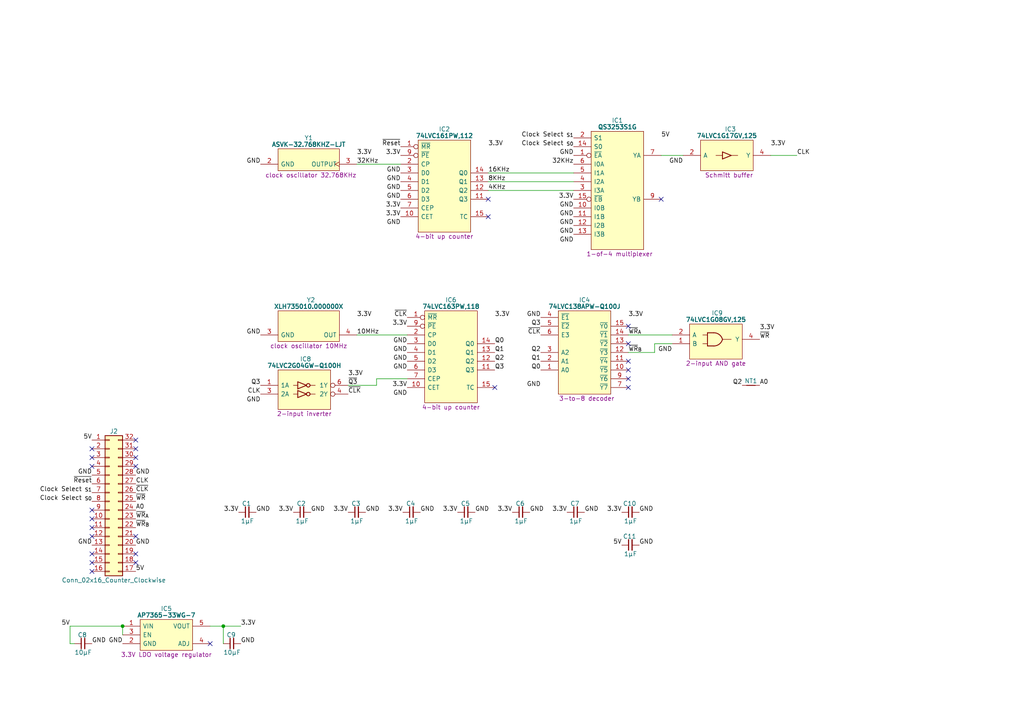
<source format=kicad_sch>
(kicad_sch (version 20230121) (generator eeschema)
  (paper "A4")
  (title_block (title "24bit Counter with 8bit data IO") (date "2023-10-07") (rev "V0"))
  (lib_symbols
    (symbol "ABRACON:ASVK-32.768KHZ-LJT" (pin_names (offset 0.762))
      (property "Reference" "Y" (at 13.97 5.08 0))
      (property "Value" "ASVK-32.768KHZ-LJT" (at 13.97 3.175 0))
      (property "Description" "clock oscillator 32.768KHz" (at 14.605 -5.715 0))
      (symbol "ASVK-32.768KHZ-LJT_0_0"
        (pin no_connect line (at 0 0 0) (length 5.08) hide (name "N.C.") (number "1"))
        (pin passive line (at 0 -2.54 0) (length 5.08) (name "GND") (number "2"))
        (pin output clock (at 27.94 -2.54 180) (length 5.08) (name "OUTPUT") (number "3"))
        (pin passive line (at 27.94 0 180) (length 5.08) hide (name "3V") (number "4"))
      )
      (symbol "ASVK-32.768KHZ-LJT_0_1"
        (polyline (pts (xy 5.08 1.905) (xy 22.86 1.905) (xy 22.86 -4.445) (xy 5.08 -4.445) (xy 5.08 1.905)) (stroke (width 0.1524)) (fill (type background)))
      )
    )
    (symbol "Connector_Generic:Conn_02x16_Counter_Clockwise" (pin_names (offset 1.016) hide)
      (property "Reference" "J" (at 1.27 20.32 0))
      (property "Value" "Conn_02x16_Counter_Clockwise" (at 1.27 -22.86 0))
      (symbol "Conn_02x16_Counter_Clockwise_1_1"
        (rectangle (start -1.27 -20.193) (end 0 -20.447) (stroke (width 0.1524)))
        (rectangle (start -1.27 -17.653) (end 0 -17.907) (stroke (width 0.1524)))
        (rectangle (start -1.27 -15.113) (end 0 -15.367) (stroke (width 0.1524)))
        (rectangle (start -1.27 -12.573) (end 0 -12.827) (stroke (width 0.1524)))
        (rectangle (start -1.27 -10.033) (end 0 -10.287) (stroke (width 0.1524)))
        (rectangle (start -1.27 -7.493) (end 0 -7.747) (stroke (width 0.1524)))
        (rectangle (start -1.27 -4.953) (end 0 -5.207) (stroke (width 0.1524)))
        (rectangle (start -1.27 -2.413) (end 0 -2.667) (stroke (width 0.1524)))
        (rectangle (start -1.27 0.127) (end 0 -0.127) (stroke (width 0.1524)))
        (rectangle (start -1.27 2.667) (end 0 2.413) (stroke (width 0.1524)))
        (rectangle (start -1.27 5.207) (end 0 4.953) (stroke (width 0.1524)))
        (rectangle (start -1.27 7.747) (end 0 7.493) (stroke (width 0.1524)))
        (rectangle (start -1.27 10.287) (end 0 10.033) (stroke (width 0.1524)))
        (rectangle (start -1.27 12.827) (end 0 12.573) (stroke (width 0.1524)))
        (rectangle (start -1.27 15.367) (end 0 15.113) (stroke (width 0.1524)))
        (rectangle (start -1.27 17.907) (end 0 17.653) (stroke (width 0.1524)))
        (rectangle (start -1.27 19.05) (end 3.81 -21.59) (stroke (width 0.254)) (fill (type background)))
        (rectangle (start 3.81 -20.193) (end 2.54 -20.447) (stroke (width 0.1524)))
        (rectangle (start 3.81 -17.653) (end 2.54 -17.907) (stroke (width 0.1524)))
        (rectangle (start 3.81 -15.113) (end 2.54 -15.367) (stroke (width 0.1524)))
        (rectangle (start 3.81 -12.573) (end 2.54 -12.827) (stroke (width 0.1524)))
        (rectangle (start 3.81 -10.033) (end 2.54 -10.287) (stroke (width 0.1524)))
        (rectangle (start 3.81 -7.493) (end 2.54 -7.747) (stroke (width 0.1524)))
        (rectangle (start 3.81 -4.953) (end 2.54 -5.207) (stroke (width 0.1524)))
        (rectangle (start 3.81 -2.413) (end 2.54 -2.667) (stroke (width 0.1524)))
        (rectangle (start 3.81 0.127) (end 2.54 -0.127) (stroke (width 0.1524)))
        (rectangle (start 3.81 2.667) (end 2.54 2.413) (stroke (width 0.1524)))
        (rectangle (start 3.81 5.207) (end 2.54 4.953) (stroke (width 0.1524)))
        (rectangle (start 3.81 7.747) (end 2.54 7.493) (stroke (width 0.1524)))
        (rectangle (start 3.81 10.287) (end 2.54 10.033) (stroke (width 0.1524)))
        (rectangle (start 3.81 12.827) (end 2.54 12.573) (stroke (width 0.1524)))
        (rectangle (start 3.81 15.367) (end 2.54 15.113) (stroke (width 0.1524)))
        (rectangle (start 3.81 17.907) (end 2.54 17.653) (stroke (width 0.1524)))
        (pin passive line (at -5.08 17.78 0) (length 3.81) (name "Pin_1") (number "1"))
        (pin passive line (at -5.08 -5.08 0) (length 3.81) (name "Pin_10") (number "10"))
        (pin passive line (at -5.08 -7.62 0) (length 3.81) (name "Pin_11") (number "11"))
        (pin passive line (at -5.08 -10.16 0) (length 3.81) (name "Pin_12") (number "12"))
        (pin passive line (at -5.08 -12.7 0) (length 3.81) (name "Pin_13") (number "13"))
        (pin passive line (at -5.08 -15.24 0) (length 3.81) (name "Pin_14") (number "14"))
        (pin passive line (at -5.08 -17.78 0) (length 3.81) (name "Pin_15") (number "15"))
        (pin passive line (at -5.08 -20.32 0) (length 3.81) (name "Pin_16") (number "16"))
        (pin passive line (at 7.62 -20.32 180) (length 3.81) (name "Pin_17") (number "17"))
        (pin passive line (at 7.62 -17.78 180) (length 3.81) (name "Pin_18") (number "18"))
        (pin passive line (at 7.62 -15.24 180) (length 3.81) (name "Pin_19") (number "19"))
        (pin passive line (at -5.08 15.24 0) (length 3.81) (name "Pin_2") (number "2"))
        (pin passive line (at 7.62 -12.7 180) (length 3.81) (name "Pin_20") (number "20"))
        (pin passive line (at 7.62 -10.16 180) (length 3.81) (name "Pin_21") (number "21"))
        (pin passive line (at 7.62 -7.62 180) (length 3.81) (name "Pin_22") (number "22"))
        (pin passive line (at 7.62 -5.08 180) (length 3.81) (name "Pin_23") (number "23"))
        (pin passive line (at 7.62 -2.54 180) (length 3.81) (name "Pin_24") (number "24"))
        (pin passive line (at 7.62 0 180) (length 3.81) (name "Pin_25") (number "25"))
        (pin passive line (at 7.62 2.54 180) (length 3.81) (name "Pin_26") (number "26"))
        (pin passive line (at 7.62 5.08 180) (length 3.81) (name "Pin_27") (number "27"))
        (pin passive line (at 7.62 7.62 180) (length 3.81) (name "Pin_28") (number "28"))
        (pin passive line (at 7.62 10.16 180) (length 3.81) (name "Pin_29") (number "29"))
        (pin passive line (at -5.08 12.7 0) (length 3.81) (name "Pin_3") (number "3"))
        (pin passive line (at 7.62 12.7 180) (length 3.81) (name "Pin_30") (number "30"))
        (pin passive line (at 7.62 15.24 180) (length 3.81) (name "Pin_31") (number "31"))
        (pin passive line (at 7.62 17.78 180) (length 3.81) (name "Pin_32") (number "32"))
        (pin passive line (at -5.08 10.16 0) (length 3.81) (name "Pin_4") (number "4"))
        (pin passive line (at -5.08 7.62 0) (length 3.81) (name "Pin_5") (number "5"))
        (pin passive line (at -5.08 5.08 0) (length 3.81) (name "Pin_6") (number "6"))
        (pin passive line (at -5.08 2.54 0) (length 3.81) (name "Pin_7") (number "7"))
        (pin passive line (at -5.08 0 0) (length 3.81) (name "Pin_8") (number "8"))
        (pin passive line (at -5.08 -2.54 0) (length 3.81) (name "Pin_9") (number "9"))
      )
    )
    (symbol "Diodes_Inc:AP7365-33WG-7" (pin_names (offset 0.762))
      (property "Reference" "IC" (at 12.7 5.08 0))
      (property "Value" "AP7365-33WG-7" (at 12.7 3.175 0))
      (property "Description" "3.3V LDO voltage regulator" (at 12.7 -8.255 0))
      (symbol "AP7365-33WG-7_0_0"
        (pin passive line (at 0 0 0) (length 5.08) (name "VIN") (number "1"))
        (pin passive line (at 0 -5.08 0) (length 5.08) (name "GND") (number "2"))
        (pin input line (at 0 -2.54 0) (length 5.08) (name "EN") (number "3"))
        (pin passive line (at 25.4 -5.08 180) (length 5.08) (name "ADJ") (number "4"))
        (pin passive line (at 25.4 0 180) (length 5.08) (name "VOUT") (number "5"))
      )
      (symbol "AP7365-33WG-7_0_1"
        (polyline (pts (xy 5.08 1.905) (xy 20.32 1.905) (xy 20.32 -6.985) (xy 5.08 -6.985) (xy 5.08 1.905)) (fill (type background)))
      )
    )
    (symbol "HCP65:C_0805" (pin_numbers hide) (pin_names (offset 0.254) hide)
      (property "Reference" "C" (at 2.286 2.54 0))
      (property "Value" "?μF" (at 2.54 -2.54 0))
      (symbol "C_0805_0_1"
        (polyline (pts (xy 1.9685 -1.4605) (xy 1.9685 1.5875)) (stroke (width 0.3048)))
        (polyline (pts (xy 2.9845 -1.4605) (xy 2.9845 1.5875)) (stroke (width 0.3302)))
      )
      (symbol "C_0805_1_1"
        (pin passive line (at 0 0 0) (length 2.032) (name "~") (number "1"))
        (pin passive line (at 5.08 0 180) (length 2.032) (name "~") (number "2"))
      )
    )
    (symbol "HCP65:NetTie" (pin_numbers hide) (pin_names hide)
      (property "Reference" "NT" (at 2.54 1.27 0))
      (symbol "NetTie_0_1"
        (polyline (pts (xy 1.27 0) (xy 3.81 0)) (stroke (width 0.254)))
      )
      (symbol "NetTie_1_1"
        (pin passive line (at 0 0 0) (length 2.54) (name "1") (number "1"))
        (pin passive line (at 5.08 0 180) (length 2.54) (name "2") (number "2"))
      )
    )
    (symbol "Nexperia:74LVC138APW-Q100J" (pin_names (offset 0.762))
      (property "Reference" "IC" (at 12.7 3.175 0))
      (property "Value" "74LVC138APW-Q100J" (at 12.7 1.27 0))
      (property "Description" "3-to-8 decoder" (at 13.335 -25.4 0))
      (symbol "74LVC138APW-Q100J_0_0"
        (pin input line (at 0 -17.145 0) (length 5.08) (name "A0") (number "1"))
        (pin output line (at 25.4 -17.145 180) (length 5.08) (name "~{Y5}") (number "10"))
        (pin output line (at 25.4 -14.605 180) (length 5.08) (name "~{Y4}") (number "11"))
        (pin output line (at 25.4 -12.065 180) (length 5.08) (name "~{Y3}") (number "12"))
        (pin output line (at 25.4 -9.525 180) (length 5.08) (name "~{Y2}") (number "13"))
        (pin output line (at 25.4 -6.985 180) (length 5.08) (name "~{Y1}") (number "14"))
        (pin output line (at 25.4 -4.445 180) (length 5.08) (name "~{Y0}") (number "15"))
        (pin passive line (at 25.4 -1.905 180) (length 5.08) hide (name "3V") (number "16"))
        (pin input line (at 0 -14.605 0) (length 5.08) (name "A1") (number "2"))
        (pin input line (at 0 -12.065 0) (length 5.08) (name "A2") (number "3"))
        (pin input line (at 0 -1.905 0) (length 5.08) (name "~{E1}") (number "4"))
        (pin input line (at 0 -4.445 0) (length 5.08) (name "~{E2}") (number "5"))
        (pin input line (at 0 -6.985 0) (length 5.08) (name "E3") (number "6"))
        (pin output line (at 25.4 -22.225 180) (length 5.08) (name "~{Y7}") (number "7"))
        (pin passive line (at 0 -22.225 0) (length 5.08) hide (name "GND") (number "8"))
        (pin output line (at 25.4 -19.685 180) (length 5.08) (name "~{Y6}") (number "9"))
      )
      (symbol "74LVC138APW-Q100J_0_1"
        (polyline (pts (xy 5.08 0) (xy 20.32 0) (xy 20.32 -24.13) (xy 5.08 -24.13) (xy 5.08 0)) (stroke (width 0.1524)) (fill (type background)))
      )
    )
    (symbol "Nexperia:74LVC161PW,112" (pin_names (offset 0.762))
      (property "Reference" "IC" (at 12.7 5.08 0))
      (property "Value" "74LVC161PW,112" (at 12.7 3.175 0))
      (property "Description" "4-bit up counter" (at 12.7 -26.035 0))
      (symbol "74LVC161PW,112_0_0"
        (pin input inverted (at 0 0 0) (length 5.08) (name "~{MR}") (number "1"))
        (pin input line (at 0 -20.32 0) (length 5.08) (name "CET") (number "10"))
        (pin output line (at 25.4 -15.24 180) (length 5.08) (name "Q3") (number "11"))
        (pin output line (at 25.4 -12.7 180) (length 5.08) (name "Q2") (number "12"))
        (pin output line (at 25.4 -10.16 180) (length 5.08) (name "Q1") (number "13"))
        (pin output line (at 25.4 -7.62 180) (length 5.08) (name "Q0") (number "14"))
        (pin output line (at 25.4 -20.32 180) (length 5.08) (name "TC") (number "15"))
        (pin passive line (at 25.4 0 180) (length 5.08) hide (name "3V") (number "16"))
        (pin input line (at 0 -5.08 0) (length 5.08) (name "CP") (number "2"))
        (pin input line (at 0 -7.62 0) (length 5.08) (name "D0") (number "3"))
        (pin input line (at 0 -10.16 0) (length 5.08) (name "D1") (number "4"))
        (pin input line (at 0 -12.7 0) (length 5.08) (name "D2") (number "5"))
        (pin input line (at 0 -15.24 0) (length 5.08) (name "D3") (number "6"))
        (pin input line (at 0 -17.78 0) (length 5.08) (name "CEP") (number "7"))
        (pin passive line (at 0 -22.86 0) (length 5.08) hide (name "GND") (number "8"))
        (pin input inverted (at 0 -2.54 0) (length 5.08) (name "~{PE}") (number "9"))
      )
      (symbol "74LVC161PW,112_0_1"
        (polyline (pts (xy 5.08 1.905) (xy 20.32 1.905) (xy 20.32 -24.765) (xy 5.08 -24.765) (xy 5.08 1.905)) (stroke (width 0.1524)) (fill (type background)))
      )
    )
    (symbol "Nexperia:74LVC163PW,118" (pin_names (offset 0.762))
      (property "Reference" "IC" (at 12.7 5.08 0))
      (property "Value" "74LVC163PW,118" (at 12.7 3.175 0))
      (property "Description" "4-bit up counter" (at 12.7 -26.035 0))
      (symbol "74LVC163PW,118_0_0"
        (pin input inverted (at 0 0 0) (length 5.08) (name "~{MR}") (number "1"))
        (pin input line (at 0 -20.32 0) (length 5.08) (name "CET") (number "10"))
        (pin output line (at 25.4 -15.24 180) (length 5.08) (name "Q3") (number "11"))
        (pin output line (at 25.4 -12.7 180) (length 5.08) (name "Q2") (number "12"))
        (pin output line (at 25.4 -10.16 180) (length 5.08) (name "Q1") (number "13"))
        (pin output line (at 25.4 -7.62 180) (length 5.08) (name "Q0") (number "14"))
        (pin output line (at 25.4 -20.32 180) (length 5.08) (name "TC") (number "15"))
        (pin passive line (at 25.4 0 180) (length 5.08) hide (name "3V") (number "16"))
        (pin input line (at 0 -5.08 0) (length 5.08) (name "CP") (number "2"))
        (pin input line (at 0 -7.62 0) (length 5.08) (name "D0") (number "3"))
        (pin input line (at 0 -10.16 0) (length 5.08) (name "D1") (number "4"))
        (pin input line (at 0 -12.7 0) (length 5.08) (name "D2") (number "5"))
        (pin input line (at 0 -15.24 0) (length 5.08) (name "D3") (number "6"))
        (pin input line (at 0 -17.78 0) (length 5.08) (name "CEP") (number "7"))
        (pin passive line (at 0 -22.86 0) (length 5.08) hide (name "GND") (number "8"))
        (pin input inverted (at 0 -2.54 0) (length 5.08) (name "~{PE}") (number "9"))
      )
      (symbol "74LVC163PW,118_0_1"
        (polyline (pts (xy 5.08 1.905) (xy 20.32 1.905) (xy 20.32 -24.765) (xy 5.08 -24.765) (xy 5.08 1.905)) (stroke (width 0.1524)) (fill (type background)))
      )
    )
    (symbol "Nexperia:74LVC1G08GV,125" (pin_names (offset 0.762))
      (property "Reference" "IC" (at 11.43 5.715 0))
      (property "Value" "74LVC1G08GV,125" (at 12.7 3.81 0))
      (property "Description" "2-input AND gate" (at 12.7 -8.89 0))
      (symbol "74LVC1G08GV,125_0_0"
        (pin input line (at 0 -3.175 0) (length 5.08) (name "B") (number "1"))
        (pin input line (at 0 -0.635 0) (length 5.08) (name "A") (number "2"))
        (pin passive line (at 0 -5.715 0) (length 5.08) hide (name "GND") (number "3"))
        (pin output line (at 25.4 -1.905 180) (length 5.08) (name "Y") (number "4"))
        (pin passive line (at 25.4 0.635 180) (length 5.08) hide (name "3V") (number "5"))
      )
      (symbol "74LVC1G08GV,125_0_1"
        (polyline (pts (xy 8.89 -3.175) (xy 10.1599 -3.175)))
        (polyline (pts (xy 8.89 -0.635) (xy 10.1599 -0.635)))
        (polyline (pts (xy 10.248 0) (xy 10.248 -3.81)) (stroke (width 0.254)) (fill (type background)))
        (polyline (pts (xy 12.065 -3.81) (xy 10.248 -3.81)) (stroke (width 0.254)) (fill (type background)))
        (polyline (pts (xy 12.065 0) (xy 10.248 0)) (stroke (width 0.254)) (fill (type background)))
        (polyline (pts (xy 14.605 -1.905) (xy 17.145 -1.905)))
        (polyline (pts (xy 5.08 2.54) (xy 20.32 2.54) (xy 20.32 -7.62) (xy 5.08 -7.62) (xy 5.08 2.54)) (stroke (width 0.1524)) (fill (type background)))
        (arc (start 12.065 -3.81) (mid 13.6634 -3.2954) (end 14.605 -1.905) (stroke (width 0.254)))
        (arc (start 14.605 -1.905) (mid 13.6641 -0.5137) (end 12.065 0) (stroke (width 0.254)))
      )
    )
    (symbol "Nexperia:74LVC1G17GV,125" (pin_names (offset 0.762))
      (property "Reference" "IC" (at 12.065 7.62 0))
      (property "Value" "74LVC1G17GV,125" (at 12.7 5.715 0))
      (property "Description" "Schmitt buffer" (at 13.335 -5.715 0))
      (symbol "74LVC1G17GV,125_0_0"
        (pin no_connect line (at 0 2.54 0) (length 5.08) hide (name "n.c.") (number "1"))
        (pin input line (at 0 0 0) (length 5.08) (name "A") (number "2"))
        (pin passive line (at 0 -2.54 0) (length 5.08) hide (name "GND") (number "3"))
        (pin passive line (at 25.4 0 180) (length 5.08) (name "Y") (number "4"))
        (pin passive line (at 25.4 2.54 180) (length 5.08) hide (name "3V") (number "5"))
      )
      (symbol "74LVC1G17GV,125_0_1"
        (polyline (pts (xy 9.525 0) (xy 11.43 0)))
        (polyline (pts (xy 13.97 0) (xy 15.875 0)))
        (polyline (pts (xy 11.43 -1.016) (xy 13.97 0) (xy 11.43 1.016)) (stroke (width 0.254)))
        (polyline (pts (xy 5.08 4.445) (xy 20.32 4.445) (xy 20.32 -4.445) (xy 5.08 -4.445) (xy 5.08 4.445)) (stroke (width 0.1524)) (fill (type background)))
        (rectangle (start 11.43 1.016) (end 11.43 -1.016) (stroke (width 0.254)) (fill (type background)))
      )
    )
    (symbol "Nexperia:74LVC2G04GW-Q100H" (pin_names (offset 0.762))
      (property "Reference" "IC" (at 11.43 7.62 0))
      (property "Value" "74LVC2G04GW-Q100H" (at 12.7 5.715 0))
      (property "Description" "2-input inverter" (at 12.7 -8.255 0))
      (symbol "74LVC2G04GW-Q100H_0_0"
        (pin input line (at 0 0 0) (length 5.08) (name "1A") (number "1"))
        (pin passive line (at 0 -5.08 0) (length 5.08) hide (name "GND") (number "2"))
        (pin input line (at 0 -2.54 0) (length 5.08) (name "2A") (number "3"))
        (pin output inverted (at 25.4 -2.54 180) (length 5.08) (name "2Y") (number "4"))
        (pin passive line (at 25.4 2.54 180) (length 5.08) hide (name "3V") (number "5"))
        (pin output inverted (at 25.4 0 180) (length 5.08) (name "1Y") (number "6"))
      )
      (symbol "74LVC2G04GW-Q100H_0_1"
        (polyline (pts (xy 9.525 -2.54) (xy 10.7949 -2.54)))
        (polyline (pts (xy 9.525 0) (xy 10.7949 0)))
        (polyline (pts (xy 14.351 -2.54) (xy 15.875 -2.54)))
        (polyline (pts (xy 14.351 0) (xy 15.875 0)))
        (polyline (pts (xy 10.795 -3.556) (xy 13.335 -2.54) (xy 10.795 -1.524)) (stroke (width 0.254)))
        (polyline (pts (xy 10.795 -1.016) (xy 13.335 0) (xy 10.795 1.016)) (stroke (width 0.254)))
        (polyline (pts (xy 5.08 4.445) (xy 20.32 4.445) (xy 20.32 -6.985) (xy 5.08 -6.985) (xy 5.08 4.445)) (stroke (width 0.1524)) (fill (type background)))
        (rectangle (start 10.795 -1.524) (end 10.795 -3.556) (stroke (width 0.254)) (fill (type background)))
        (rectangle (start 10.795 1.016) (end 10.795 -1.016) (stroke (width 0.254)) (fill (type background)))
        (circle (center 13.843 -2.54) (radius 0.508) (stroke (width 0.254)))
        (circle (center 13.843 0) (radius 0.508) (stroke (width 0.254)))
      )
    )
    (symbol "Renesas:QS3253S1G" (pin_names (offset 0.762))
      (property "Reference" "IC" (at 12.7 5.08 0))
      (property "Value" "QS3253S1G" (at 12.7 3.175 0))
      (property "Description" "1-of-4 multiplexer" (at 13.335 -33.655 0))
      (symbol "QS3253S1G_0_0"
        (pin input line (at 0 -20.32 0) (length 5.08) (name "I0B") (number "10"))
        (pin input line (at 0 -22.86 0) (length 5.08) (name "I1B") (number "11"))
        (pin input line (at 0 -25.4 0) (length 5.08) (name "I2B") (number "12"))
        (pin input line (at 0 -27.94 0) (length 5.08) (name "I3B") (number "13"))
        (pin input line (at 0 -2.54 0) (length 5.08) (name "S0") (number "14"))
        (pin input line (at 0 0 0) (length 5.08) (name "S1") (number "2"))
        (pin input line (at 0 -15.24 0) (length 5.08) (name "I3A") (number "3"))
        (pin input line (at 0 -12.7 0) (length 5.08) (name "I2A") (number "4"))
        (pin input line (at 0 -10.16 0) (length 5.08) (name "I1A") (number "5"))
        (pin input line (at 0 -7.62 0) (length 5.08) (name "I0A") (number "6"))
        (pin output line (at 25.4 -5.08 180) (length 5.08) (name "YA") (number "7"))
        (pin output line (at 25.4 -17.78 180) (length 5.08) (name "YB") (number "9"))
      )
      (symbol "QS3253S1G_0_1"
        (polyline (pts (xy 5.08 1.905) (xy 20.32 1.905) (xy 20.32 -32.385) (xy 5.08 -32.385) (xy 5.08 1.905)) (stroke (width 0.1524)) (fill (type background)))
      )
      (symbol "QS3253S1G_1_0"
        (pin input inverted (at 0 -5.08 0) (length 5.08) (name "~{EA}") (number "1"))
        (pin input inverted (at 0 -17.78 0) (length 5.08) (name "~{EB}") (number "15"))
        (pin passive line (at 25.4 0 180) (length 5.08) hide (name "5V") (number "16"))
        (pin passive line (at 0 -30.48 0) (length 5.08) hide (name "GND") (number "8"))
      )
    )
    (symbol "Renesas:XLH735010.000000X" (pin_names (offset 0.762))
      (property "Reference" "Y" (at 14.605 5.08 0))
      (property "Value" "XLH735010.000000X" (at 13.97 3.175 0))
      (property "Description" "clock oscillator 10MHz" (at 13.97 -8.255 0))
      (symbol "XLH735010.000000X_0_0"
        (pin no_connect line (at 0 0 0) (length 5.08) hide (name "E/D") (number "1"))
        (pin no_connect line (at 0 -2.54 0) (length 5.08) hide (name "NC") (number "2"))
        (pin output line (at 27.94 -5.08 180) (length 5.08) (name "OUT") (number "4"))
        (pin no_connect line (at 27.94 -2.54 180) (length 5.08) hide (name "OUT2") (number "5"))
        (pin passive line (at 27.94 0 180) (length 5.08) hide (name "3V") (number "6"))
      )
      (symbol "XLH735010.000000X_0_1"
        (polyline (pts (xy 5.08 1.905) (xy 22.86 1.905) (xy 22.86 -6.985) (xy 5.08 -6.985) (xy 5.08 1.905)) (stroke (width 0.1524)) (fill (type background)))
      )
      (symbol "XLH735010.000000X_1_0"
        (pin passive line (at 0 -5.08 0) (length 5.08) (name "GND") (number "3"))
      )
    )
  )
  (junction (at 35.56 181.61))
  (junction (at 64.77 181.61))
  (no_connect (at 39.37 127.635))
  (no_connect (at 39.37 132.715))
  (no_connect (at 39.37 160.655))
  (no_connect (at 143.51 112.395))
  (no_connect (at 60.96 186.69))
  (no_connect (at 26.67 163.195))
  (no_connect (at 26.67 150.495))
  (no_connect (at 141.605 57.785))
  (no_connect (at 26.67 135.255))
  (no_connect (at 141.605 62.865))
  (no_connect (at 182.245 112.395))
  (no_connect (at 26.67 165.735))
  (no_connect (at 182.245 104.775))
  (no_connect (at 26.67 160.655))
  (no_connect (at 26.67 147.955))
  (no_connect (at 39.37 130.175))
  (no_connect (at 39.37 163.195))
  (no_connect (at 26.67 153.035))
  (no_connect (at 26.67 130.175))
  (no_connect (at 182.245 107.315))
  (no_connect (at 191.77 57.785))
  (no_connect (at 39.37 135.255))
  (no_connect (at 39.37 155.575))
  (no_connect (at 26.67 132.715))
  (no_connect (at 182.245 109.855))
  (no_connect (at 26.67 155.575))
  (no_connect (at 182.245 94.615))
  (no_connect (at 182.245 99.695))
  (wire (pts (xy 103.505 97.155) (xy 118.11 97.155)))
  (wire (pts (xy 223.52 45.085) (xy 231.14 45.085)))
  (wire (pts (xy 64.77 186.69) (xy 64.77 181.61)))
  (wire (pts (xy 189.865 102.235) (xy 189.865 99.695)))
  (wire (pts (xy 20.32 181.61) (xy 35.56 181.61)))
  (wire (pts (xy 103.505 47.625) (xy 116.205 47.625)))
  (wire (pts (xy 35.56 181.61) (xy 35.56 184.15)))
  (wire (pts (xy 141.605 50.165) (xy 166.37 50.165)))
  (wire (pts (xy 194.945 97.155) (xy 182.245 97.155)))
  (wire (pts (xy 109.22 109.855) (xy 109.22 111.76)))
  (wire (pts (xy 191.77 45.085) (xy 198.12 45.085)))
  (wire (pts (xy 60.96 181.61) (xy 64.77 181.61)))
  (wire (pts (xy 141.605 52.705) (xy 166.37 52.705)))
  (wire (pts (xy 141.605 55.245) (xy 166.37 55.245)))
  (wire (pts (xy 20.32 181.61) (xy 20.32 186.69)))
  (wire (pts (xy 189.865 99.695) (xy 194.945 99.695)))
  (wire (pts (xy 182.245 102.235) (xy 189.865 102.235)))
  (wire (pts (xy 20.32 186.69) (xy 21.59 186.69)))
  (wire (pts (xy 118.11 109.855) (xy 109.22 109.855)))
  (wire (pts (xy 100.965 111.76) (xy 109.22 111.76)))
  (wire (pts (xy 64.77 181.61) (xy 69.85 181.61)))
  (label "~{CLK}" (at 39.37 142.875 0))
  (label "3.3V" (at 118.11 94.615 180))
  (label "GND" (at 166.37 67.945 180))
  (label "32KHz" (at 103.505 47.625 0))
  (label "CLK" (at 231.14 45.085 0))
  (label "GND" (at 118.11 114.935 180))
  (label "GND" (at 106.045 148.59 0))
  (label "A0" (at 39.37 147.955 0))
  (label "~{Q3}" (at 100.965 111.76 0))
  (label "3.3V" (at 116.205 60.325 180))
  (label "GND" (at 116.205 50.165 180))
  (label "GND" (at 75.565 47.625 180))
  (label "Q3" (at 75.565 111.76 180))
  (label "3.3V" (at 166.37 57.785 180))
  (label "GND" (at 169.545 148.59 0))
  (label "GND" (at 69.85 186.69 0))
  (label "3.3V" (at 143.51 92.075 0))
  (label "32KHz" (at 166.37 47.625 180))
  (label "16KHz" (at 141.605 50.165 0))
  (label "3.3V" (at 180.34 148.59 180))
  (label "GND" (at 118.11 102.235 180))
  (label "GND" (at 166.37 60.325 180))
  (label "GND" (at 26.67 186.69 0))
  (label "5V" (at 20.32 181.61 180))
  (label "GND" (at 116.205 55.245 180))
  (label "GND" (at 118.11 99.695 180))
  (label "Q1" (at 156.845 104.775 180))
  (label "3.3V" (at 103.505 45.085 0))
  (label "GND" (at 153.67 148.59 0))
  (label "GND" (at 185.42 148.59 0))
  (label "3.3V" (at 223.52 42.545 0))
  (label "3.3V" (at 118.11 112.395 180))
  (label "3.3V" (at 132.715 148.59 180))
  (label "GND" (at 156.845 92.075 180))
  (label "Q3" (at 143.51 107.315 0))
  (label "4KHz" (at 141.605 55.245 0))
  (label "~{WR}_{B}" (at 182.245 102.235 0))
  (label "GND" (at 35.56 186.69 180))
  (label "3.3V" (at 220.345 95.885 0))
  (label "GND" (at 156.845 112.395 180))
  (label "GND" (at 39.37 158.115 0))
  (label "5V" (at 180.34 158.115 180))
  (label "5V" (at 26.67 127.635 180))
  (label "GND" (at 166.37 45.085 180))
  (label "~{WR}_{A}" (at 39.37 150.495 0))
  (label "CLK" (at 75.565 114.3 180))
  (label "GND" (at 39.37 137.795 0))
  (label "3.3V" (at 141.605 42.545 0))
  (label "~{WR}" (at 220.345 98.425 0))
  (label "3.3V" (at 116.205 45.085 180))
  (label "~{CLK}" (at 118.11 92.075 180))
  (label "GND" (at 116.205 52.705 180))
  (label "Q0" (at 156.845 107.315 180))
  (label "3.3V" (at 100.965 109.22 0))
  (label "3.3V" (at 116.205 62.865 180))
  (label "GND" (at 118.11 107.315 180))
  (label "3.3V" (at 148.59 148.59 180))
  (label "GND" (at 194.945 102.235 180))
  (label "Clock Select _{S1}" (at 166.37 40.005 180))
  (label "Q2" (at 156.845 102.235 180))
  (label "Q2" (at 143.51 104.775 0))
  (label "GND" (at 118.11 104.775 180))
  (label "GND" (at 166.37 65.405 180))
  (label "GND" (at 26.67 158.115 180))
  (label "3.3V" (at 100.965 148.59 180))
  (label "3.3V" (at 85.09 148.59 180))
  (label "Q2" (at 215.265 111.76 180))
  (label "Q3" (at 156.845 94.615 180))
  (label "Clock Select _{S1}" (at 26.67 142.875 180))
  (label "GND" (at 74.295 148.59 0))
  (label "Q1" (at 143.51 102.235 0))
  (label "3.3V" (at 69.85 181.61 0))
  (label "GND" (at 75.565 116.84 180))
  (label "~{WR}_{A}" (at 182.245 97.155 0))
  (label "GND" (at 116.205 65.405 180))
  (label "5V" (at 39.37 165.735 0))
  (label "Q0" (at 143.51 99.695 0))
  (label "GND" (at 121.92 148.59 0))
  (label "GND" (at 90.17 148.59 0))
  (label "3.3V" (at 116.84 148.59 180))
  (label "Clock Select _{S0}" (at 166.37 42.545 180))
  (label "3.3V" (at 103.505 92.075 0))
  (label "GND" (at 75.565 97.155 180))
  (label "GND" (at 116.205 57.785 180))
  (label "5V" (at 191.77 40.005 0))
  (label "A0" (at 220.345 111.76 0))
  (label "~{WR}_{B}" (at 39.37 153.035 0))
  (label "3.3V" (at 182.245 92.075 0))
  (label "3.3V" (at 69.215 148.59 180))
  (label "GND" (at 185.42 158.115 0))
  (label "GND" (at 166.37 70.485 180))
  (label "8KHz" (at 141.605 52.705 0))
  (label "~{Reset}" (at 116.205 42.545 180))
  (label "GND" (at 198.12 47.625 180))
  (label "~{CLK}" (at 100.965 114.3 0))
  (label "3.3V" (at 164.465 148.59 180))
  (label "~{Reset}" (at 26.67 140.335 180))
  (label "Clock Select _{S0}" (at 26.67 145.415 180))
  (label "10MHz" (at 103.505 97.155 0))
  (label "GND" (at 137.795 148.59 0))
  (label "GND" (at 26.67 137.795 180))
  (label "~{WR}" (at 39.37 145.415 0))
  (label "GND" (at 166.37 62.865 180))
  (label "CLK" (at 39.37 140.335 0))
  (label "~{CLK}" (at 156.845 97.155 180))
  (symbol (lib_id "HCP65:C_0805") (at 164.465 148.59 0) (unit 1)
    (property "Reference" "C7" (at 166.751 146.05 0))
    (property "Value" "1μF" (at 167.005 151.13 0))
    (property "Footprint" "SamacSys_Parts:C_0805" (effects hide))
  )
  (symbol (lib_id "Nexperia:74LVC161PW,112") (at 116.205 42.545 0) (unit 1)
    (property "Reference" "IC2" (at 128.905 37.465 0))
    (property "Value" "74LVC161PW,112" (at 128.905 39.37 0) (effects (font bold)))
    (property "Footprint" "SOP65P640X110-16N" (effects hide))
    (property "Datasheet" "https://assets.nexperia.com/documents/data-sheet/74LVC161.pdf" (effects hide))
    (property "Description" "4-bit up counter" (at 128.905 68.58 0))
    (property "Height" "1.1" (effects hide))
    (property "Mouser Part Number" "771-LVC161PW112" (effects hide))
    (property "Mouser Price/Stock" "https://www.mouser.co.uk/ProductDetail/Nexperia/74LVC161PW112?qs=me8TqzrmIYXBQ64YL7POQw%3D%3D" (effects hide))
    (property "Manufacturer_Name" "Nexperia" (effects hide))
    (property "Manufacturer_Part_Number" "74LVC161PW,112" (effects hide))
    (property "Silkscreen" "74LVC161PW" (effects hide))
  )
  (symbol (lib_id "Renesas:QS3253S1G") (at 166.37 40.005 0) (unit 1)
    (property "Reference" "IC1" (at 179.07 34.925 0))
    (property "Value" "QS3253S1G" (at 179.07 36.83 0) (effects (font bold)))
    (property "Footprint" "SOIC127P602X173-16N" (effects hide))
    (property "Datasheet" "https://www.renesas.com/us/en/products/memory-logic/bus-switch/50v-quickswitch/qs3253-high-speed-cmos-quickswitch-dual-41-muxdemux" (effects hide))
    (property "Description" "1-of-4 multiplexer" (at 179.705 73.66 0))
    (property "Height" "1.727" (effects hide))
    (property "Manufacturer_Name" "Renesas Electronics" (effects hide))
    (property "Manufacturer_Part_Number" "QS3253S1G" (effects hide))
    (property "Silkscreen" "QS3253S" (effects hide))
  )
  (symbol (lib_id "Nexperia:74LVC1G17GV,125") (at 198.12 45.085 0) (unit 1)
    (property "Reference" "IC3" (at 210.185 37.465 0) (effects (justify left)))
    (property "Value" "74LVC1G17GV,125" (at 210.82 39.37 0) (effects (font bold)))
    (property "Footprint" "SOT95P275X110-5N" (effects hide))
    (property "Datasheet" "https://assets.nexperia.com/documents/data-sheet/74LVC1G17.pdf" (effects hide))
    (property "Description" "Schmitt buffer" (at 211.455 50.8 0))
    (property "Height" "1.1" (effects hide))
    (property "Manufacturer_Name" "Nexperia" (effects hide))
    (property "Manufacturer_Part_Number" "74LVC1G17GV,125" (effects hide))
    (property "Mouser Part Number" "771-LVC1G17GV125" (effects hide))
    (property "Mouser Price/Stock" "https://www.mouser.co.uk/ProductDetail/Nexperia/74LVC1G17GV125?qs=me8TqzrmIYX3DxU5Fpa8sQ%3D%3D" (effects hide))
    (property "Silkscreen" "'1G17" (effects hide))
  )
  (symbol (lib_id "HCP65:C_0805") (at 116.84 148.59 0) (unit 1)
    (property "Reference" "C4" (at 119.126 146.05 0))
    (property "Value" "1μF" (at 119.38 151.13 0))
    (property "Footprint" "SamacSys_Parts:C_0805" (effects hide))
  )
  (symbol (lib_id "HCP65:C_0805") (at 85.09 148.59 0) (unit 1)
    (property "Reference" "C2" (at 87.376 146.05 0))
    (property "Value" "1μF" (at 87.63 151.13 0))
    (property "Footprint" "SamacSys_Parts:C_0805" (effects hide))
  )
  (symbol (lib_id "Nexperia:74LVC1G08GV,125") (at 194.945 96.52 0) (unit 1)
    (property "Reference" "IC9" (at 206.375 90.805 0) (effects (justify left)))
    (property "Value" "74LVC1G08GV,125" (at 207.645 92.71 0) (effects (font bold)))
    (property "Footprint" "SOT95P275X110-5N" (effects hide))
    (property "Datasheet" "https://assets.nexperia.com/documents/data-sheet/74LVC1G08.pdf" (effects hide))
    (property "Description" "2-input AND gate" (at 207.645 105.41 0))
    (property "Height" "1.1" (effects hide))
    (property "Manufacturer_Name" "Nexperia" (effects hide))
    (property "Manufacturer_Part_Number" "74LVC1G08GV,125" (effects hide))
    (property "Mouser Part Number" "771-74LVC1G08GV" (effects hide))
    (property "Mouser Price/Stock" "https://www.mouser.co.uk/ProductDetail/Nexperia/74LVC1G08GV125?qs=me8TqzrmIYXEnurJEPZc7A%3D%3D" (effects hide))
    (property "Arrow Part Number" "74LVC1G08GV,125" (effects hide))
    (property "Arrow Price/Stock" "https://www.arrow.com/en/products/74lvc1g08gv125/nexperia" (effects hide))
    (property "Silkscreen" "'1G08" (effects hide))
  )
  (symbol (lib_id "Nexperia:74LVC2G04GW-Q100H") (at 75.565 111.76 0) (unit 1)
    (property "Reference" "IC8" (at 86.995 104.14 0) (effects (justify left)))
    (property "Value" "74LVC2G04GW-Q100H" (at 88.265 106.045 0) (effects (font bold)))
    (property "Footprint" "SOP65P210X110-6N" (effects hide))
    (property "Datasheet" "https://assets.nexperia.com/documents/data-sheet/74LVC2G04_Q100.pdf" (effects hide))
    (property "Description" "2-input inverter" (at 88.265 120.015 0))
    (property "Height" "1.1" (effects hide))
    (property "Manufacturer_Name" "Nexperia" (effects hide))
    (property "Manufacturer_Part_Number" "74LVC2G04GW-Q100H" (effects hide))
    (property "Mouser Part Number" "771-74LVC2G04GWQ100H" (effects hide))
    (property "Mouser Price/Stock" "https://www.mouser.co.uk/ProductDetail/Nexperia/74LVC2G04GW-Q100H?qs=Yna0arPQ0CQTXbBDVSrZqQ%3D%3D" (effects hide))
    (property "Silkscreen" "'2G04" (effects hide))
  )
  (symbol (lib_id "ABRACON:ASVK-32.768KHZ-LJT") (at 75.565 45.085 0) (unit 1)
    (property "Reference" "Y1" (at 89.535 40.005 0))
    (property "Value" "ASVK-32.768KHZ-LJT" (at 89.535 41.91 0) (effects (font bold)))
    (property "Footprint" "ASVK32768KHZLJT" (effects hide))
    (property "Datasheet" "https://abracon.com/Oscillators/ASVK.pdf" (effects hide))
    (property "Description" "clock oscillator 32.768KHz" (at 90.17 50.8 0))
    (property "Height" "1.8" (effects hide))
    (property "Manufacturer_Name" "ABRACON" (effects hide))
    (property "Manufacturer_Part_Number" "ASVK-32.768KHZ-LJT" (effects hide))
    (property "Mouser Part Number" "815-ASVK-32.768KLJT" (effects hide))
    (property "Mouser Price/Stock" "https://www.mouser.co.uk/ProductDetail/ABRACON/ASVK-32768KHZ-LJT?qs=76dmnhCH%2FMMInyJKv8KBIA%3D%3D" (effects hide))
    (property "Silkscreen" "ASVK32768" (effects hide))
  )
  (symbol (lib_id "Nexperia:74LVC138APW-Q100J") (at 156.845 90.17 0) (unit 1)
    (property "Reference" "IC4" (at 169.545 86.995 0))
    (property "Value" "74LVC138APW-Q100J" (at 169.545 88.9 0) (effects (font bold)))
    (property "Footprint" "SOP65P640X110-16N" (effects hide))
    (property "Datasheet" "https://assets.nexperia.com/documents/data-sheet/74LVC138A_Q100.pdf" (effects hide))
    (property "Description" "3-to-8 decoder" (at 170.18 115.57 0))
    (property "Height" "1.1" (effects hide))
    (property "Mouser Part Number" "771-74LVC138APWQ100J" (effects hide))
    (property "Mouser Price/Stock" "https://www.mouser.co.uk/ProductDetail/Nexperia/74LVC138APW-Q100J?qs=fi7yB2oewZnXKE82xo%252BhJQ%3D%3D" (effects hide))
    (property "Manufacturer_Name" "Nexperia" (effects hide))
    (property "Manufacturer_Part_Number" "74LVC138APW-Q100J" (effects hide))
    (property "Silkscreen" "74LVC138" (effects hide))
  )
  (symbol (lib_id "HCP65:C_0805") (at 148.59 148.59 0) (unit 1)
    (property "Reference" "C6" (at 150.876 146.05 0))
    (property "Value" "1μF" (at 151.13 151.13 0))
    (property "Footprint" "SamacSys_Parts:C_0805" (effects hide))
  )
  (symbol (lib_id "HCP65:C_0805") (at 21.59 186.69 0) (unit 1)
    (property "Reference" "C8" (at 23.876 184.15 0))
    (property "Value" "10µF" (at 21.59 189.23 0) (effects (justify left)))
    (property "Footprint" "SamacSys_Parts:C_0805" (effects hide))
  )
  (symbol (lib_id "HCP65:C_0805") (at 69.215 148.59 0) (unit 1)
    (property "Reference" "C1" (at 71.501 146.05 0))
    (property "Value" "1μF" (at 71.755 151.13 0))
    (property "Footprint" "SamacSys_Parts:C_0805" (effects hide))
  )
  (symbol (lib_id "Nexperia:74LVC163PW,118") (at 118.11 92.075 0) (unit 1)
    (property "Reference" "IC6" (at 130.81 86.995 0))
    (property "Value" "74LVC163PW,118" (at 130.81 88.9 0) (effects (font bold)))
    (property "Footprint" "SOP65P640X110-16N" (effects hide))
    (property "Datasheet" "https://assets.nexperia.com/documents/data-sheet/74LVC163.pdf" (effects hide))
    (property "Description" "4-bit up counter" (at 130.81 118.11 0))
    (property "Height" "1.1" (effects hide))
    (property "Mouser Part Number" "771-74LVC163PW-T" (effects hide))
    (property "Mouser Price/Stock" "https://www.mouser.co.uk/ProductDetail/Nexperia/74LVC163PW118?qs=me8TqzrmIYUWRf9xrCNBjw%3D%3D" (effects hide))
    (property "Manufacturer_Name" "Nexperia" (effects hide))
    (property "Manufacturer_Part_Number" "74LVC163PW,118" (effects hide))
    (property "Silkscreen" "74LVC163PW" (effects hide))
  )
  (symbol (lib_id "Diodes_Inc:AP7365-33WG-7") (at 35.56 181.61 0) (unit 1)
    (property "Reference" "IC5" (at 48.26 176.53 0))
    (property "Value" "AP7365-33WG-7" (at 48.26 178.435 0) (effects (font bold)))
    (property "Footprint" "SOT95P285X130-5N" (effects hide))
    (property "Datasheet" "https://componentsearchengine.com/Datasheets/1/AP7365-33WG-7.pdf" (effects hide))
    (property "Description" "3.3V LDO voltage regulator" (at 48.26 189.865 0))
    (property "Height" "1.3" (effects hide))
    (property "Manufacturer_Name" "Diodes Inc." (effects hide))
    (property "Manufacturer_Part_Number" "AP7365-33WG-7" (effects hide))
    (property "Mouser Part Number" "621-AP7365-33WG-7" (effects hide))
    (property "Mouser Price/Stock" "https://www.mouser.co.uk/ProductDetail/Diodes-Incorporated/AP7365-33WG-7?qs=abZ1nkZpTuOZFvxvoFPL0w%3D%3D" (effects hide))
    (property "Arrow Part Number" "AP7365-33WG-7" (effects hide))
    (property "Arrow Price/Stock" "https://www.arrow.com/en/products/ap7365-33wg-7/diodes-incorporated?region=nac" (effects hide))
    (property "Silkscreen" "AP7365" (effects hide))
  )
  (symbol (lib_id "HCP65:C_0805") (at 64.77 186.69 0) (unit 1)
    (property "Reference" "C9" (at 67.056 184.15 0))
    (property "Value" "10µF" (at 64.77 189.23 0) (effects (justify left)))
    (property "Footprint" "SamacSys_Parts:C_0805" (effects hide))
  )
  (symbol (lib_id "HCP65:C_0805") (at 180.34 158.115 0) (unit 1)
    (property "Reference" "C11" (at 182.626 155.575 0))
    (property "Value" "1μF" (at 182.88 160.655 0))
    (property "Footprint" "SamacSys_Parts:C_0805" (effects hide))
  )
  (symbol (lib_id "Connector_Generic:Conn_02x16_Counter_Clockwise") (at 31.75 145.415 0) (unit 1)
    (property "Reference" "J2" (at 33.02 125.095 0))
    (property "Value" "Conn_02x16_Counter_Clockwise" (at 33.02 168.275 0))
    (property "Footprint" "SamacSys_Parts:DIP-32_Board_W22.86mm" (effects hide))
  )
  (symbol (lib_id "HCP65:C_0805") (at 132.715 148.59 0) (unit 1)
    (property "Reference" "C5" (at 135.001 146.05 0))
    (property "Value" "1μF" (at 135.255 151.13 0))
    (property "Footprint" "SamacSys_Parts:C_0805" (effects hide))
  )
  (symbol (lib_id "HCP65:C_0805") (at 100.965 148.59 0) (unit 1)
    (property "Reference" "C3" (at 103.251 146.05 0))
    (property "Value" "1μF" (at 103.505 151.13 0))
    (property "Footprint" "SamacSys_Parts:C_0805" (effects hide))
  )
  (symbol (lib_id "HCP65:NetTie") (at 215.265 111.76 0) (unit 1)
    (property "Reference" "NT1" (at 217.805 110.49 0))
    (property "Value" "NetTie" (effects hide))
    (property "Footprint" "NetTie:NetTie-2_SMD_Pad0.5mm" (effects hide))
  )
  (symbol (lib_id "Renesas:XLH735010.000000X") (at 75.565 92.075 0) (unit 1)
    (property "Reference" "Y2" (at 90.17 86.995 0))
    (property "Value" "XLH735010.000000X" (at 89.535 88.9 0) (effects (font bold)))
    (property "Footprint" "XLH735010000000X" (effects hide))
    (property "Datasheet" "https://www.mouser.co.za/datasheet/2/698/REN_XL_Crystal_Oscillators_Datasheet_DST_20220111-1954959.pdf" (effects hide))
    (property "Description" "clock oscillator 10MHz" (at 89.535 100.33 0))
    (property "Height" "1.45" (effects hide))
    (property "Manufacturer_Name" "IDT" (effects hide))
    (property "Manufacturer_Part_Number" "XLH735010.000000X" (effects hide))
    (property "Mouser Part Number" "972-XLH735010000000X" (effects hide))
    (property "Mouser Price/Stock" "https://www.mouser.com/Search/Refine.aspx?Keyword=972-XLH735010000000X" (effects hide))
    (property "Silkscreen" "XLH735010" (effects hide))
  )
  (symbol (lib_id "HCP65:C_0805") (at 180.34 148.59 0) (unit 1)
    (property "Reference" "C10" (at 182.626 146.05 0))
    (property "Value" "1μF" (at 182.88 151.13 0))
    (property "Footprint" "SamacSys_Parts:C_0805" (effects hide))
  )
)
</source>
